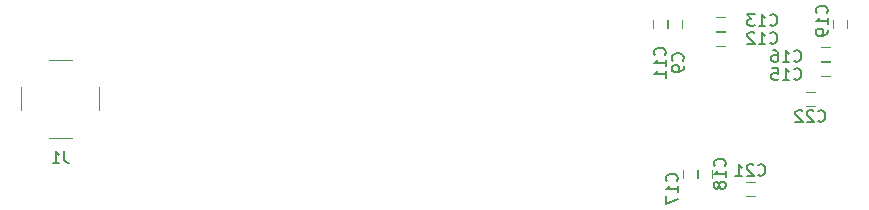
<source format=gbr>
G04 #@! TF.FileFunction,Legend,Bot*
%FSLAX46Y46*%
G04 Gerber Fmt 4.6, Leading zero omitted, Abs format (unit mm)*
G04 Created by KiCad (PCBNEW 4.0.7) date 01/20/18 15:01:13*
%MOMM*%
%LPD*%
G01*
G04 APERTURE LIST*
%ADD10C,0.100000*%
%ADD11C,0.120000*%
%ADD12C,0.150000*%
G04 APERTURE END LIST*
D10*
D11*
X121250000Y-42260000D02*
X121250000Y-41560000D01*
X120050000Y-41560000D02*
X120050000Y-42260000D01*
X119980000Y-42260000D02*
X119980000Y-41560000D01*
X118780000Y-41560000D02*
X118780000Y-42260000D01*
X124110000Y-43780000D02*
X124810000Y-43780000D01*
X124810000Y-42580000D02*
X124110000Y-42580000D01*
X124110000Y-42510000D02*
X124810000Y-42510000D01*
X124810000Y-41310000D02*
X124110000Y-41310000D01*
X133700000Y-45120000D02*
X133000000Y-45120000D01*
X133000000Y-46320000D02*
X133700000Y-46320000D01*
X133700000Y-43850000D02*
X133000000Y-43850000D01*
X133000000Y-45050000D02*
X133700000Y-45050000D01*
X122520000Y-54960000D02*
X122520000Y-54260000D01*
X121320000Y-54260000D02*
X121320000Y-54960000D01*
X123790000Y-54960000D02*
X123790000Y-54260000D01*
X122590000Y-54260000D02*
X122590000Y-54960000D01*
X134020000Y-41560000D02*
X134020000Y-42260000D01*
X135220000Y-42260000D02*
X135220000Y-41560000D01*
X126650000Y-56480000D02*
X127350000Y-56480000D01*
X127350000Y-55280000D02*
X126650000Y-55280000D01*
X132430000Y-47660000D02*
X131730000Y-47660000D01*
X131730000Y-48860000D02*
X132430000Y-48860000D01*
X67580000Y-51560000D02*
X69580000Y-51560000D01*
X67580000Y-44960000D02*
X69580000Y-44960000D01*
X71880000Y-49260000D02*
X71880000Y-47260000D01*
X65280000Y-49260000D02*
X65280000Y-47260000D01*
D12*
X121261143Y-45045334D02*
X121308762Y-44997715D01*
X121356381Y-44854858D01*
X121356381Y-44759620D01*
X121308762Y-44616762D01*
X121213524Y-44521524D01*
X121118286Y-44473905D01*
X120927810Y-44426286D01*
X120784952Y-44426286D01*
X120594476Y-44473905D01*
X120499238Y-44521524D01*
X120404000Y-44616762D01*
X120356381Y-44759620D01*
X120356381Y-44854858D01*
X120404000Y-44997715D01*
X120451619Y-45045334D01*
X121356381Y-45521524D02*
X121356381Y-45712000D01*
X121308762Y-45807239D01*
X121261143Y-45854858D01*
X121118286Y-45950096D01*
X120927810Y-45997715D01*
X120546857Y-45997715D01*
X120451619Y-45950096D01*
X120404000Y-45902477D01*
X120356381Y-45807239D01*
X120356381Y-45616762D01*
X120404000Y-45521524D01*
X120451619Y-45473905D01*
X120546857Y-45426286D01*
X120784952Y-45426286D01*
X120880190Y-45473905D01*
X120927810Y-45521524D01*
X120975429Y-45616762D01*
X120975429Y-45807239D01*
X120927810Y-45902477D01*
X120880190Y-45950096D01*
X120784952Y-45997715D01*
X119737143Y-44569143D02*
X119784762Y-44521524D01*
X119832381Y-44378667D01*
X119832381Y-44283429D01*
X119784762Y-44140571D01*
X119689524Y-44045333D01*
X119594286Y-43997714D01*
X119403810Y-43950095D01*
X119260952Y-43950095D01*
X119070476Y-43997714D01*
X118975238Y-44045333D01*
X118880000Y-44140571D01*
X118832381Y-44283429D01*
X118832381Y-44378667D01*
X118880000Y-44521524D01*
X118927619Y-44569143D01*
X119832381Y-45521524D02*
X119832381Y-44950095D01*
X119832381Y-45235809D02*
X118832381Y-45235809D01*
X118975238Y-45140571D01*
X119070476Y-45045333D01*
X119118095Y-44950095D01*
X119832381Y-46473905D02*
X119832381Y-45902476D01*
X119832381Y-46188190D02*
X118832381Y-46188190D01*
X118975238Y-46092952D01*
X119070476Y-45997714D01*
X119118095Y-45902476D01*
X128658857Y-43537143D02*
X128706476Y-43584762D01*
X128849333Y-43632381D01*
X128944571Y-43632381D01*
X129087429Y-43584762D01*
X129182667Y-43489524D01*
X129230286Y-43394286D01*
X129277905Y-43203810D01*
X129277905Y-43060952D01*
X129230286Y-42870476D01*
X129182667Y-42775238D01*
X129087429Y-42680000D01*
X128944571Y-42632381D01*
X128849333Y-42632381D01*
X128706476Y-42680000D01*
X128658857Y-42727619D01*
X127706476Y-43632381D02*
X128277905Y-43632381D01*
X127992191Y-43632381D02*
X127992191Y-42632381D01*
X128087429Y-42775238D01*
X128182667Y-42870476D01*
X128277905Y-42918095D01*
X127325524Y-42727619D02*
X127277905Y-42680000D01*
X127182667Y-42632381D01*
X126944571Y-42632381D01*
X126849333Y-42680000D01*
X126801714Y-42727619D01*
X126754095Y-42822857D01*
X126754095Y-42918095D01*
X126801714Y-43060952D01*
X127373143Y-43632381D01*
X126754095Y-43632381D01*
X128658857Y-42013143D02*
X128706476Y-42060762D01*
X128849333Y-42108381D01*
X128944571Y-42108381D01*
X129087429Y-42060762D01*
X129182667Y-41965524D01*
X129230286Y-41870286D01*
X129277905Y-41679810D01*
X129277905Y-41536952D01*
X129230286Y-41346476D01*
X129182667Y-41251238D01*
X129087429Y-41156000D01*
X128944571Y-41108381D01*
X128849333Y-41108381D01*
X128706476Y-41156000D01*
X128658857Y-41203619D01*
X127706476Y-42108381D02*
X128277905Y-42108381D01*
X127992191Y-42108381D02*
X127992191Y-41108381D01*
X128087429Y-41251238D01*
X128182667Y-41346476D01*
X128277905Y-41394095D01*
X127373143Y-41108381D02*
X126754095Y-41108381D01*
X127087429Y-41489333D01*
X126944571Y-41489333D01*
X126849333Y-41536952D01*
X126801714Y-41584571D01*
X126754095Y-41679810D01*
X126754095Y-41917905D01*
X126801714Y-42013143D01*
X126849333Y-42060762D01*
X126944571Y-42108381D01*
X127230286Y-42108381D01*
X127325524Y-42060762D01*
X127373143Y-42013143D01*
X130690857Y-46585143D02*
X130738476Y-46632762D01*
X130881333Y-46680381D01*
X130976571Y-46680381D01*
X131119429Y-46632762D01*
X131214667Y-46537524D01*
X131262286Y-46442286D01*
X131309905Y-46251810D01*
X131309905Y-46108952D01*
X131262286Y-45918476D01*
X131214667Y-45823238D01*
X131119429Y-45728000D01*
X130976571Y-45680381D01*
X130881333Y-45680381D01*
X130738476Y-45728000D01*
X130690857Y-45775619D01*
X129738476Y-46680381D02*
X130309905Y-46680381D01*
X130024191Y-46680381D02*
X130024191Y-45680381D01*
X130119429Y-45823238D01*
X130214667Y-45918476D01*
X130309905Y-45966095D01*
X128833714Y-45680381D02*
X129309905Y-45680381D01*
X129357524Y-46156571D01*
X129309905Y-46108952D01*
X129214667Y-46061333D01*
X128976571Y-46061333D01*
X128881333Y-46108952D01*
X128833714Y-46156571D01*
X128786095Y-46251810D01*
X128786095Y-46489905D01*
X128833714Y-46585143D01*
X128881333Y-46632762D01*
X128976571Y-46680381D01*
X129214667Y-46680381D01*
X129309905Y-46632762D01*
X129357524Y-46585143D01*
X130690857Y-45061143D02*
X130738476Y-45108762D01*
X130881333Y-45156381D01*
X130976571Y-45156381D01*
X131119429Y-45108762D01*
X131214667Y-45013524D01*
X131262286Y-44918286D01*
X131309905Y-44727810D01*
X131309905Y-44584952D01*
X131262286Y-44394476D01*
X131214667Y-44299238D01*
X131119429Y-44204000D01*
X130976571Y-44156381D01*
X130881333Y-44156381D01*
X130738476Y-44204000D01*
X130690857Y-44251619D01*
X129738476Y-45156381D02*
X130309905Y-45156381D01*
X130024191Y-45156381D02*
X130024191Y-44156381D01*
X130119429Y-44299238D01*
X130214667Y-44394476D01*
X130309905Y-44442095D01*
X128881333Y-44156381D02*
X129071810Y-44156381D01*
X129167048Y-44204000D01*
X129214667Y-44251619D01*
X129309905Y-44394476D01*
X129357524Y-44584952D01*
X129357524Y-44965905D01*
X129309905Y-45061143D01*
X129262286Y-45108762D01*
X129167048Y-45156381D01*
X128976571Y-45156381D01*
X128881333Y-45108762D01*
X128833714Y-45061143D01*
X128786095Y-44965905D01*
X128786095Y-44727810D01*
X128833714Y-44632571D01*
X128881333Y-44584952D01*
X128976571Y-44537333D01*
X129167048Y-44537333D01*
X129262286Y-44584952D01*
X129309905Y-44632571D01*
X129357524Y-44727810D01*
X120753143Y-55237143D02*
X120800762Y-55189524D01*
X120848381Y-55046667D01*
X120848381Y-54951429D01*
X120800762Y-54808571D01*
X120705524Y-54713333D01*
X120610286Y-54665714D01*
X120419810Y-54618095D01*
X120276952Y-54618095D01*
X120086476Y-54665714D01*
X119991238Y-54713333D01*
X119896000Y-54808571D01*
X119848381Y-54951429D01*
X119848381Y-55046667D01*
X119896000Y-55189524D01*
X119943619Y-55237143D01*
X120848381Y-56189524D02*
X120848381Y-55618095D01*
X120848381Y-55903809D02*
X119848381Y-55903809D01*
X119991238Y-55808571D01*
X120086476Y-55713333D01*
X120134095Y-55618095D01*
X119848381Y-56522857D02*
X119848381Y-57189524D01*
X120848381Y-56760952D01*
X124817143Y-53967143D02*
X124864762Y-53919524D01*
X124912381Y-53776667D01*
X124912381Y-53681429D01*
X124864762Y-53538571D01*
X124769524Y-53443333D01*
X124674286Y-53395714D01*
X124483810Y-53348095D01*
X124340952Y-53348095D01*
X124150476Y-53395714D01*
X124055238Y-53443333D01*
X123960000Y-53538571D01*
X123912381Y-53681429D01*
X123912381Y-53776667D01*
X123960000Y-53919524D01*
X124007619Y-53967143D01*
X124912381Y-54919524D02*
X124912381Y-54348095D01*
X124912381Y-54633809D02*
X123912381Y-54633809D01*
X124055238Y-54538571D01*
X124150476Y-54443333D01*
X124198095Y-54348095D01*
X124340952Y-55490952D02*
X124293333Y-55395714D01*
X124245714Y-55348095D01*
X124150476Y-55300476D01*
X124102857Y-55300476D01*
X124007619Y-55348095D01*
X123960000Y-55395714D01*
X123912381Y-55490952D01*
X123912381Y-55681429D01*
X123960000Y-55776667D01*
X124007619Y-55824286D01*
X124102857Y-55871905D01*
X124150476Y-55871905D01*
X124245714Y-55824286D01*
X124293333Y-55776667D01*
X124340952Y-55681429D01*
X124340952Y-55490952D01*
X124388571Y-55395714D01*
X124436190Y-55348095D01*
X124531429Y-55300476D01*
X124721905Y-55300476D01*
X124817143Y-55348095D01*
X124864762Y-55395714D01*
X124912381Y-55490952D01*
X124912381Y-55681429D01*
X124864762Y-55776667D01*
X124817143Y-55824286D01*
X124721905Y-55871905D01*
X124531429Y-55871905D01*
X124436190Y-55824286D01*
X124388571Y-55776667D01*
X124340952Y-55681429D01*
X133453143Y-41013143D02*
X133500762Y-40965524D01*
X133548381Y-40822667D01*
X133548381Y-40727429D01*
X133500762Y-40584571D01*
X133405524Y-40489333D01*
X133310286Y-40441714D01*
X133119810Y-40394095D01*
X132976952Y-40394095D01*
X132786476Y-40441714D01*
X132691238Y-40489333D01*
X132596000Y-40584571D01*
X132548381Y-40727429D01*
X132548381Y-40822667D01*
X132596000Y-40965524D01*
X132643619Y-41013143D01*
X133548381Y-41965524D02*
X133548381Y-41394095D01*
X133548381Y-41679809D02*
X132548381Y-41679809D01*
X132691238Y-41584571D01*
X132786476Y-41489333D01*
X132834095Y-41394095D01*
X133548381Y-42441714D02*
X133548381Y-42632190D01*
X133500762Y-42727429D01*
X133453143Y-42775048D01*
X133310286Y-42870286D01*
X133119810Y-42917905D01*
X132738857Y-42917905D01*
X132643619Y-42870286D01*
X132596000Y-42822667D01*
X132548381Y-42727429D01*
X132548381Y-42536952D01*
X132596000Y-42441714D01*
X132643619Y-42394095D01*
X132738857Y-42346476D01*
X132976952Y-42346476D01*
X133072190Y-42394095D01*
X133119810Y-42441714D01*
X133167429Y-42536952D01*
X133167429Y-42727429D01*
X133119810Y-42822667D01*
X133072190Y-42870286D01*
X132976952Y-42917905D01*
X127642857Y-54713143D02*
X127690476Y-54760762D01*
X127833333Y-54808381D01*
X127928571Y-54808381D01*
X128071429Y-54760762D01*
X128166667Y-54665524D01*
X128214286Y-54570286D01*
X128261905Y-54379810D01*
X128261905Y-54236952D01*
X128214286Y-54046476D01*
X128166667Y-53951238D01*
X128071429Y-53856000D01*
X127928571Y-53808381D01*
X127833333Y-53808381D01*
X127690476Y-53856000D01*
X127642857Y-53903619D01*
X127261905Y-53903619D02*
X127214286Y-53856000D01*
X127119048Y-53808381D01*
X126880952Y-53808381D01*
X126785714Y-53856000D01*
X126738095Y-53903619D01*
X126690476Y-53998857D01*
X126690476Y-54094095D01*
X126738095Y-54236952D01*
X127309524Y-54808381D01*
X126690476Y-54808381D01*
X125738095Y-54808381D02*
X126309524Y-54808381D01*
X126023810Y-54808381D02*
X126023810Y-53808381D01*
X126119048Y-53951238D01*
X126214286Y-54046476D01*
X126309524Y-54094095D01*
X132722857Y-50141143D02*
X132770476Y-50188762D01*
X132913333Y-50236381D01*
X133008571Y-50236381D01*
X133151429Y-50188762D01*
X133246667Y-50093524D01*
X133294286Y-49998286D01*
X133341905Y-49807810D01*
X133341905Y-49664952D01*
X133294286Y-49474476D01*
X133246667Y-49379238D01*
X133151429Y-49284000D01*
X133008571Y-49236381D01*
X132913333Y-49236381D01*
X132770476Y-49284000D01*
X132722857Y-49331619D01*
X132341905Y-49331619D02*
X132294286Y-49284000D01*
X132199048Y-49236381D01*
X131960952Y-49236381D01*
X131865714Y-49284000D01*
X131818095Y-49331619D01*
X131770476Y-49426857D01*
X131770476Y-49522095D01*
X131818095Y-49664952D01*
X132389524Y-50236381D01*
X131770476Y-50236381D01*
X131389524Y-49331619D02*
X131341905Y-49284000D01*
X131246667Y-49236381D01*
X131008571Y-49236381D01*
X130913333Y-49284000D01*
X130865714Y-49331619D01*
X130818095Y-49426857D01*
X130818095Y-49522095D01*
X130865714Y-49664952D01*
X131437143Y-50236381D01*
X130818095Y-50236381D01*
X68913333Y-52712381D02*
X68913333Y-53426667D01*
X68960953Y-53569524D01*
X69056191Y-53664762D01*
X69199048Y-53712381D01*
X69294286Y-53712381D01*
X67913333Y-53712381D02*
X68484762Y-53712381D01*
X68199048Y-53712381D02*
X68199048Y-52712381D01*
X68294286Y-52855238D01*
X68389524Y-52950476D01*
X68484762Y-52998095D01*
M02*

</source>
